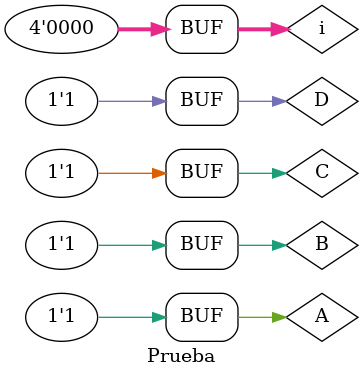
<source format=v>
`timescale 1ns / 1ps


module Prueba;

	// Inputs
	reg A;
	reg B;
	reg C;
	reg D;
	reg [3:0] i;

	// Outputs
	wire S;

	// Instantiate the Unit Under Test (UUT)
	Comparador uut (
		.A(A), 
		.B(B), 
		.C(C), 
		.D(D), 
		.S(S)
	);

	initial begin
		// Initialize Inputs
		A = 0;
		B = 0;
		C = 0;
		D = 0;

		// Wait 100 ns for global reset to finish
		        
		  for (i=0; i<32; i = i+1) begin
						
		D = i[0];
		C = i[1];
		B = i[2];
		A = i[3];
					
		#100;
		
		end
		
		

	end
      
endmodule


</source>
